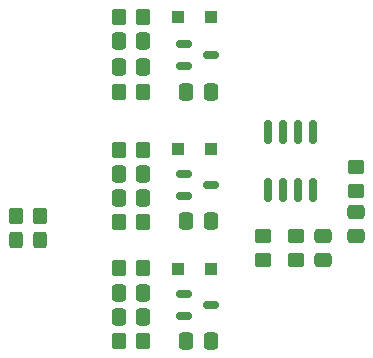
<source format=gbr>
%TF.GenerationSoftware,KiCad,Pcbnew,7.0.8-7.0.8~ubuntu22.04.1*%
%TF.CreationDate,2023-10-15T23:00:33+01:00*%
%TF.ProjectId,jfet-555-bypass,6a666574-2d35-4353-952d-627970617373,rev?*%
%TF.SameCoordinates,Original*%
%TF.FileFunction,Paste,Top*%
%TF.FilePolarity,Positive*%
%FSLAX46Y46*%
G04 Gerber Fmt 4.6, Leading zero omitted, Abs format (unit mm)*
G04 Created by KiCad (PCBNEW 7.0.8-7.0.8~ubuntu22.04.1) date 2023-10-15 23:00:33*
%MOMM*%
%LPD*%
G01*
G04 APERTURE LIST*
G04 Aperture macros list*
%AMRoundRect*
0 Rectangle with rounded corners*
0 $1 Rounding radius*
0 $2 $3 $4 $5 $6 $7 $8 $9 X,Y pos of 4 corners*
0 Add a 4 corners polygon primitive as box body*
4,1,4,$2,$3,$4,$5,$6,$7,$8,$9,$2,$3,0*
0 Add four circle primitives for the rounded corners*
1,1,$1+$1,$2,$3*
1,1,$1+$1,$4,$5*
1,1,$1+$1,$6,$7*
1,1,$1+$1,$8,$9*
0 Add four rect primitives between the rounded corners*
20,1,$1+$1,$2,$3,$4,$5,0*
20,1,$1+$1,$4,$5,$6,$7,0*
20,1,$1+$1,$6,$7,$8,$9,0*
20,1,$1+$1,$8,$9,$2,$3,0*%
G04 Aperture macros list end*
%ADD10RoundRect,0.150000X0.150000X-0.825000X0.150000X0.825000X-0.150000X0.825000X-0.150000X-0.825000X0*%
%ADD11RoundRect,0.250000X-0.337500X-0.475000X0.337500X-0.475000X0.337500X0.475000X-0.337500X0.475000X0*%
%ADD12RoundRect,0.250000X0.337500X0.475000X-0.337500X0.475000X-0.337500X-0.475000X0.337500X-0.475000X0*%
%ADD13RoundRect,0.250000X-0.475000X0.337500X-0.475000X-0.337500X0.475000X-0.337500X0.475000X0.337500X0*%
%ADD14RoundRect,0.250000X-0.450000X0.350000X-0.450000X-0.350000X0.450000X-0.350000X0.450000X0.350000X0*%
%ADD15RoundRect,0.150000X-0.512500X-0.150000X0.512500X-0.150000X0.512500X0.150000X-0.512500X0.150000X0*%
%ADD16RoundRect,0.250000X-0.300000X-0.300000X0.300000X-0.300000X0.300000X0.300000X-0.300000X0.300000X0*%
%ADD17RoundRect,0.250000X-0.350000X-0.450000X0.350000X-0.450000X0.350000X0.450000X-0.350000X0.450000X0*%
%ADD18RoundRect,0.250000X0.450000X-0.350000X0.450000X0.350000X-0.450000X0.350000X-0.450000X-0.350000X0*%
%ADD19RoundRect,0.250000X0.350000X0.450000X-0.350000X0.450000X-0.350000X-0.450000X0.350000X-0.450000X0*%
%ADD20RoundRect,0.250000X0.325000X0.450000X-0.325000X0.450000X-0.325000X-0.450000X0.325000X-0.450000X0*%
G04 APERTURE END LIST*
D10*
%TO.C,U1*%
X150241000Y-40834000D03*
X151511000Y-40834000D03*
X152781000Y-40834000D03*
X154051000Y-40834000D03*
X154051000Y-35884000D03*
X152781000Y-35884000D03*
X151511000Y-35884000D03*
X150241000Y-35884000D03*
%TD*%
D11*
%TO.C,C8*%
X139721500Y-49530000D03*
X137646500Y-49530000D03*
%TD*%
D12*
%TO.C,C9*%
X143361500Y-53594000D03*
X145436500Y-53594000D03*
%TD*%
%TO.C,C6*%
X145436500Y-32512000D03*
X143361500Y-32512000D03*
%TD*%
D13*
%TO.C,C14*%
X157734000Y-42655500D03*
X157734000Y-44730500D03*
%TD*%
D14*
%TO.C,R1*%
X157734000Y-38883000D03*
X157734000Y-40883000D03*
%TD*%
D15*
%TO.C,Q2*%
X143140000Y-28448000D03*
X143140000Y-30348000D03*
X145415000Y-29398000D03*
%TD*%
D11*
%TO.C,C3*%
X137635500Y-39436000D03*
X139710500Y-39436000D03*
%TD*%
D16*
%TO.C,D2*%
X142618000Y-26162000D03*
X145418000Y-26162000D03*
%TD*%
D12*
%TO.C,C7*%
X139721500Y-30414000D03*
X137646500Y-30414000D03*
%TD*%
%TO.C,C4*%
X139710500Y-41468000D03*
X137635500Y-41468000D03*
%TD*%
D17*
%TO.C,R8*%
X137684000Y-26162000D03*
X139684000Y-26162000D03*
%TD*%
D15*
%TO.C,Q3*%
X145409500Y-50546000D03*
X143134500Y-51496000D03*
X143134500Y-49596000D03*
%TD*%
D18*
%TO.C,R2*%
X149860000Y-46725000D03*
X149860000Y-44725000D03*
%TD*%
D17*
%TO.C,R9*%
X139673500Y-53594000D03*
X137673500Y-53594000D03*
%TD*%
%TO.C,R5*%
X137673000Y-43500000D03*
X139673000Y-43500000D03*
%TD*%
D16*
%TO.C,D1*%
X142618000Y-37338000D03*
X145418000Y-37338000D03*
%TD*%
D17*
%TO.C,R7*%
X137684000Y-32512000D03*
X139684000Y-32512000D03*
%TD*%
D19*
%TO.C,R10*%
X128930000Y-43053000D03*
X130930000Y-43053000D03*
%TD*%
D17*
%TO.C,R4*%
X137673000Y-37404000D03*
X139673000Y-37404000D03*
%TD*%
D12*
%TO.C,C10*%
X137646500Y-51562000D03*
X139721500Y-51562000D03*
%TD*%
D17*
%TO.C,R6*%
X139673500Y-47432000D03*
X137673500Y-47432000D03*
%TD*%
D12*
%TO.C,C2*%
X145436500Y-43434000D03*
X143361500Y-43434000D03*
%TD*%
D18*
%TO.C,R3*%
X152654000Y-46725000D03*
X152654000Y-44725000D03*
%TD*%
D15*
%TO.C,Q1*%
X143134500Y-39436000D03*
X143134500Y-41336000D03*
X145409500Y-40386000D03*
%TD*%
D11*
%TO.C,C5*%
X137646500Y-28194000D03*
X139721500Y-28194000D03*
%TD*%
D13*
%TO.C,C1*%
X154940000Y-44687500D03*
X154940000Y-46762500D03*
%TD*%
D16*
%TO.C,D3*%
X145418000Y-47498000D03*
X142618000Y-47498000D03*
%TD*%
D20*
%TO.C,D4*%
X128905000Y-45085000D03*
X130955000Y-45085000D03*
%TD*%
M02*

</source>
